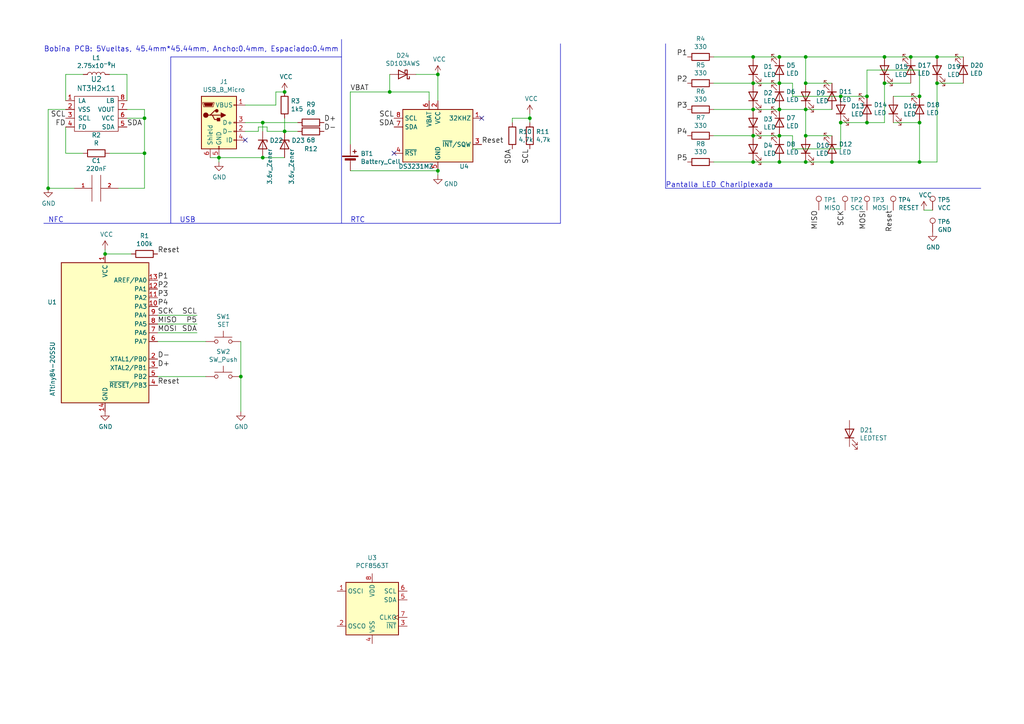
<source format=kicad_sch>
(kicad_sch (version 20230121) (generator eeschema)
  (paper "A4")
  (lib_symbols
    (symbol "Connector:TestPoint" (pin_numbers hide) (pin_names (offset 0.762) hide)
      (property "Reference" "TP" (at 0 6.858 0))
      (property "Value" "TestPoint" (at 0 5.08 0))
      (symbol "TestPoint_0_1"
        (circle (center 0 3.302) (radius 0.762))
      )
      (symbol "TestPoint_1_1"
        (pin passive line (at 0 0 90) (length 2.54) (name "1") (number "1"))
      )
    )
    (symbol "Device:Battery_Cell" (pin_numbers hide) (pin_names (offset 0) hide)
      (property "Reference" "BT" (at 2.54 2.54 0))
      (property "Value" "Battery_Cell" (at 2.54 0 0))
      (symbol "Battery_Cell_0_1"
        (rectangle (start -2.286 1.778) (end 2.286 1.524) (fill (type outline)))
        (rectangle (start -1.524 1.016) (end 1.524 0.508) (fill (type outline)))
        (polyline (pts (xy 0 0.762) (xy 0 0)))
        (polyline (pts (xy 0 1.778) (xy 0 2.54)))
        (polyline (pts (xy 0.762 3.048) (xy 1.778 3.048)) (stroke (width 0.254)))
        (polyline (pts (xy 1.27 3.556) (xy 1.27 2.54)) (stroke (width 0.254)))
      )
      (symbol "Battery_Cell_1_1"
        (pin passive line (at 0 5.08 270) (length 2.54) (name "+") (number "1"))
        (pin passive line (at 0 -2.54 90) (length 2.54) (name "-") (number "2"))
      )
    )
    (symbol "Device:D_Schottky" (pin_numbers hide) (pin_names (offset 1.016) hide)
      (property "Reference" "D" (at 0 2.54 0))
      (property "Value" "D_Schottky" (at 0 -2.54 0))
      (symbol "D_Schottky_0_1"
        (polyline (pts (xy 1.27 0) (xy -1.27 0)))
        (polyline (pts (xy 1.27 1.27) (xy 1.27 -1.27) (xy -1.27 0) (xy 1.27 1.27)) (stroke (width 0.254)))
        (polyline (pts (xy -1.905 0.635) (xy -1.905 1.27) (xy -1.27 1.27) (xy -1.27 -1.27) (xy -0.635 -1.27) (xy -0.635 -0.635)) (stroke (width 0.254)))
      )
      (symbol "D_Schottky_1_1"
        (pin passive line (at -3.81 0 0) (length 2.54) (name "K") (number "1"))
        (pin passive line (at 3.81 0 180) (length 2.54) (name "A") (number "2"))
      )
    )
    (symbol "Device:D_Zener" (pin_numbers hide) (pin_names (offset 1.016) hide)
      (property "Reference" "D" (at 0 2.54 0))
      (property "Value" "D_Zener" (at 0 -2.54 0))
      (symbol "D_Zener_0_1"
        (polyline (pts (xy 1.27 0) (xy -1.27 0)))
        (polyline (pts (xy -1.27 -1.27) (xy -1.27 1.27) (xy -0.762 1.27)) (stroke (width 0.254)))
        (polyline (pts (xy 1.27 -1.27) (xy 1.27 1.27) (xy -1.27 0) (xy 1.27 -1.27)) (stroke (width 0.254)))
      )
      (symbol "D_Zener_1_1"
        (pin passive line (at -3.81 0 0) (length 2.54) (name "K") (number "1"))
        (pin passive line (at 3.81 0 180) (length 2.54) (name "A") (number "2"))
      )
    )
    (symbol "Device:L" (pin_numbers hide) (pin_names (offset 1.016) hide)
      (property "Reference" "L" (at -1.27 0 90))
      (property "Value" "L" (at 1.905 0 90))
      (symbol "L_0_1"
        (arc (start 0 -2.54) (mid 0.6323 -1.905) (end 0 -1.27))
        (arc (start 0 -1.27) (mid 0.6323 -0.635) (end 0 0))
        (arc (start 0 0) (mid 0.6323 0.635) (end 0 1.27))
        (arc (start 0 1.27) (mid 0.6323 1.905) (end 0 2.54))
      )
      (symbol "L_1_1"
        (pin passive line (at 0 3.81 270) (length 1.27) (name "1") (number "1"))
        (pin passive line (at 0 -3.81 90) (length 1.27) (name "2") (number "2"))
      )
    )
    (symbol "Device:LED" (pin_numbers hide) (pin_names (offset 1.016) hide)
      (property "Reference" "D" (at 0 2.54 0))
      (property "Value" "LED" (at 0 -2.54 0))
      (symbol "LED_0_1"
        (polyline (pts (xy -1.27 -1.27) (xy -1.27 1.27)) (stroke (width 0.254)))
        (polyline (pts (xy -1.27 0) (xy 1.27 0)))
        (polyline (pts (xy 1.27 -1.27) (xy 1.27 1.27) (xy -1.27 0) (xy 1.27 -1.27)) (stroke (width 0.254)))
        (polyline (pts (xy -3.048 -0.762) (xy -4.572 -2.286) (xy -3.81 -2.286) (xy -4.572 -2.286) (xy -4.572 -1.524)))
        (polyline (pts (xy -1.778 -0.762) (xy -3.302 -2.286) (xy -2.54 -2.286) (xy -3.302 -2.286) (xy -3.302 -1.524)))
      )
      (symbol "LED_1_1"
        (pin passive line (at -3.81 0 0) (length 2.54) (name "K") (number "1"))
        (pin passive line (at 3.81 0 180) (length 2.54) (name "A") (number "2"))
      )
    )
    (symbol "Device:R" (pin_numbers hide) (pin_names (offset 0))
      (property "Reference" "R" (at 2.032 0 90))
      (property "Value" "R" (at 0 0 90))
      (symbol "R_0_1"
        (rectangle (start -1.016 -2.54) (end 1.016 2.54) (stroke (width 0.254)))
      )
      (symbol "R_1_1"
        (pin passive line (at 0 3.81 270) (length 1.27) (name "~") (number "1"))
        (pin passive line (at 0 -3.81 90) (length 1.27) (name "~") (number "2"))
      )
    )
    (symbol "Switch:SW_Push" (pin_numbers hide) (pin_names (offset 1.016) hide)
      (property "Reference" "SW" (at 1.27 2.54 0))
      (property "Value" "SW_Push" (at 0 -1.524 0))
      (symbol "SW_Push_0_1"
        (circle (center -2.032 0) (radius 0.508))
        (polyline (pts (xy 0 1.27) (xy 0 3.048)))
        (polyline (pts (xy 2.54 1.27) (xy -2.54 1.27)))
        (circle (center 2.032 0) (radius 0.508))
        (pin passive line (at -5.08 0 0) (length 2.54) (name "1") (number "1"))
        (pin passive line (at 5.08 0 180) (length 2.54) (name "2") (number "2"))
      )
    )
    (symbol "TPSE Glass-rescue:ATtiny84-20SSU-MCU_Microchip_ATtiny"
      (property "Reference" "U" (at -12.7 21.59 0))
      (property "Value" "MCU_Microchip_ATtiny_ATtiny84-20SSU" (at 2.54 -21.59 0))
      (symbol "ATtiny84-20SSU-MCU_Microchip_ATtiny_0_1"
        (rectangle (start -12.7 -20.32) (end 12.7 20.32) (stroke (width 0.254)) (fill (type background)))
      )
      (symbol "ATtiny84-20SSU-MCU_Microchip_ATtiny_1_1"
        (pin power_in line (at 0 22.86 270) (length 2.54) (name "VCC") (number "1"))
        (pin bidirectional line (at 15.24 7.62 180) (length 2.54) (name "PA3") (number "10"))
        (pin bidirectional line (at 15.24 10.16 180) (length 2.54) (name "PA2") (number "11"))
        (pin bidirectional line (at 15.24 12.7 180) (length 2.54) (name "PA1") (number "12"))
        (pin bidirectional line (at 15.24 15.24 180) (length 2.54) (name "AREF/PA0") (number "13"))
        (pin power_in line (at 0 -22.86 90) (length 2.54) (name "GND") (number "14"))
        (pin bidirectional line (at 15.24 -7.62 180) (length 2.54) (name "XTAL1/PB0") (number "2"))
        (pin bidirectional line (at 15.24 -10.16 180) (length 2.54) (name "XTAL2/PB1") (number "3"))
        (pin bidirectional line (at 15.24 -15.24 180) (length 2.54) (name "~{RESET}/PB3") (number "4"))
        (pin bidirectional line (at 15.24 -12.7 180) (length 2.54) (name "PB2") (number "5"))
        (pin bidirectional line (at 15.24 -2.54 180) (length 2.54) (name "PA7") (number "6"))
        (pin bidirectional line (at 15.24 0 180) (length 2.54) (name "PA6") (number "7"))
        (pin bidirectional line (at 15.24 2.54 180) (length 2.54) (name "PA5") (number "8"))
        (pin bidirectional line (at 15.24 5.08 180) (length 2.54) (name "PA4") (number "9"))
      )
    )
    (symbol "TPSE Glass-rescue:C-pspice" (pin_names (offset 0.254))
      (property "Reference" "C" (at 2.54 3.81 90))
      (property "Value" "pspice_C" (at 2.54 -3.81 90))
      (symbol "C-pspice_0_1"
        (polyline (pts (xy -3.81 -1.27) (xy 3.81 -1.27)))
        (polyline (pts (xy -3.81 1.27) (xy 3.81 1.27)))
      )
      (symbol "C-pspice_1_1"
        (pin passive line (at 0 6.35 270) (length 5.08) (name "~") (number "1"))
        (pin passive line (at 0 -6.35 90) (length 5.08) (name "~") (number "2"))
      )
    )
    (symbol "TPSE Glass-rescue:NT3H2x11-nxp" (pin_names (offset 1.016))
      (property "Reference" "U" (at 0 -6.35 0))
      (property "Value" "nxp_NT3H2x11" (at 0 6.35 0))
      (symbol "NT3H2x11-nxp_0_1"
        (rectangle (start -6.35 5.08) (end 6.35 -5.08))
      )
      (symbol "NT3H2x11-nxp_1_1"
        (pin bidirectional line (at -8.89 3.81 0) (length 2.54) (name "LA") (number "1"))
        (pin power_out line (at -8.89 1.27 0) (length 2.54) (name "VSS") (number "2"))
        (pin bidirectional line (at -8.89 -1.27 0) (length 2.54) (name "SCL") (number "3"))
        (pin tri_state line (at -8.89 -3.81 0) (length 2.54) (name "FD") (number "4"))
        (pin bidirectional line (at 8.89 -3.81 180) (length 2.54) (name "SDA") (number "5"))
        (pin power_in line (at 8.89 -1.27 180) (length 2.54) (name "VCC") (number "6"))
        (pin power_out line (at 8.89 1.27 180) (length 2.54) (name "VOUT") (number "7"))
        (pin bidirectional line (at 8.89 3.81 180) (length 2.54) (name "LB") (number "8"))
      )
    )
    (symbol "TPSE Glass-rescue:USB_B_Micro-Connector-TPSE-Glass-rescue" (pin_names (offset 1.016))
      (property "Reference" "J" (at -5.08 11.43 0))
      (property "Value" "TPSE-Glass-rescue_USB_B_Micro-Connector" (at -5.08 8.89 0))
      (symbol "USB_B_Micro-Connector-TPSE-Glass-rescue_0_1"
        (rectangle (start -5.08 -7.62) (end 5.08 7.62) (stroke (width 0.254)) (fill (type background)))
        (circle (center -3.81 2.159) (radius 0.635) (stroke (width 0.254)) (fill (type outline)))
        (circle (center -0.635 3.429) (radius 0.381) (stroke (width 0.254)) (fill (type outline)))
        (rectangle (start -0.127 -7.62) (end 0.127 -6.858))
        (polyline (pts (xy -1.905 2.159) (xy 0.635 2.159)) (stroke (width 0.254)))
        (polyline (pts (xy -3.175 2.159) (xy -2.54 2.159) (xy -1.27 3.429) (xy -0.635 3.429)) (stroke (width 0.254)))
        (polyline (pts (xy -2.54 2.159) (xy -1.905 2.159) (xy -1.27 0.889) (xy 0 0.889)) (stroke (width 0.254)))
        (polyline (pts (xy 0.635 2.794) (xy 0.635 1.524) (xy 1.905 2.159) (xy 0.635 2.794)) (stroke (width 0.254)) (fill (type outline)))
        (polyline (pts (xy -4.318 5.588) (xy -1.778 5.588) (xy -2.032 4.826) (xy -4.064 4.826) (xy -4.318 5.588)) (fill (type outline)))
        (polyline (pts (xy -4.699 5.842) (xy -4.699 5.588) (xy -4.445 4.826) (xy -4.445 4.572) (xy -1.651 4.572) (xy -1.651 4.826) (xy -1.397 5.588) (xy -1.397 5.842) (xy -4.699 5.842)))
        (rectangle (start 0.254 1.27) (end -0.508 0.508) (stroke (width 0.254)) (fill (type outline)))
        (rectangle (start 5.08 -5.207) (end 4.318 -4.953))
        (rectangle (start 5.08 -2.667) (end 4.318 -2.413))
        (rectangle (start 5.08 -0.127) (end 4.318 0.127))
        (rectangle (start 5.08 4.953) (end 4.318 5.207))
      )
      (symbol "USB_B_Micro-Connector-TPSE-Glass-rescue_1_1"
        (pin power_out line (at 7.62 5.08 180) (length 2.54) (name "VBUS") (number "1"))
        (pin passive line (at 7.62 -2.54 180) (length 2.54) (name "D-") (number "2"))
        (pin passive line (at 7.62 0 180) (length 2.54) (name "D+") (number "3"))
        (pin passive line (at 7.62 -5.08 180) (length 2.54) (name "ID") (number "4"))
        (pin power_out line (at 0 -10.16 90) (length 2.54) (name "GND") (number "5"))
        (pin passive line (at -2.54 -10.16 90) (length 2.54) (name "Shield") (number "6"))
      )
    )
    (symbol "Timer_RTC:DS3231MZ"
      (property "Reference" "U" (at -7.62 8.89 0))
      (property "Value" "DS3231MZ" (at 11.43 8.89 0))
      (symbol "DS3231MZ_0_1"
        (rectangle (start -10.16 7.62) (end 10.16 -7.62) (stroke (width 0.254)) (fill (type background)))
      )
      (symbol "DS3231MZ_1_1"
        (pin open_collector line (at 12.7 5.08 180) (length 2.54) (name "32KHZ") (number "1"))
        (pin power_in line (at 0 10.16 270) (length 2.54) (name "VCC") (number "2"))
        (pin open_collector line (at 12.7 -2.54 180) (length 2.54) (name "~{INT}/SQW") (number "3"))
        (pin bidirectional line (at -12.7 -5.08 0) (length 2.54) (name "~{RST}") (number "4"))
        (pin power_in line (at 0 -10.16 90) (length 2.54) (name "GND") (number "5"))
        (pin power_in line (at -2.54 10.16 270) (length 2.54) (name "VBAT") (number "6"))
        (pin bidirectional line (at -12.7 2.54 0) (length 2.54) (name "SDA") (number "7"))
        (pin input line (at -12.7 5.08 0) (length 2.54) (name "SCL") (number "8"))
      )
    )
    (symbol "Timer_RTC:PCF8563T"
      (property "Reference" "U" (at -7.62 8.89 0))
      (property "Value" "PCF8563T" (at 2.54 8.89 0))
      (symbol "PCF8563T_0_1"
        (rectangle (start -7.62 7.62) (end 7.62 -7.62) (stroke (width 0.254)) (fill (type background)))
      )
      (symbol "PCF8563T_1_1"
        (pin input line (at -10.16 5.08 0) (length 2.54) (name "OSCI") (number "1"))
        (pin output line (at -10.16 -5.08 0) (length 2.54) (name "OSCO") (number "2"))
        (pin output line (at 10.16 -5.08 180) (length 2.54) (name "~{INT}") (number "3"))
        (pin power_in line (at 0 -10.16 90) (length 2.54) (name "VSS") (number "4"))
        (pin bidirectional line (at 10.16 2.54 180) (length 2.54) (name "SDA") (number "5"))
        (pin input line (at 10.16 5.08 180) (length 2.54) (name "SCL") (number "6"))
        (pin output clock (at 10.16 -2.54 180) (length 2.54) (name "CLKO") (number "7"))
        (pin power_in line (at 0 10.16 270) (length 2.54) (name "VDD") (number "8"))
      )
    )
    (symbol "power:GND" (power) (pin_names (offset 0))
      (property "Value" "GND" (at 0 -3.81 0))
      (symbol "GND_0_1"
        (polyline (pts (xy 0 0) (xy 0 -1.27) (xy 1.27 -1.27) (xy 0 -2.54) (xy -1.27 -1.27) (xy 0 -1.27)))
      )
      (symbol "GND_1_1"
        (pin power_in line (at 0 0 270) (length 0) hide (name "GND") (number "1"))
      )
    )
    (symbol "power:VCC" (power) (pin_names (offset 0))
      (property "Value" "VCC" (at 0 3.81 0))
      (symbol "VCC_0_1"
        (polyline (pts (xy -0.762 1.27) (xy 0 2.54)))
        (polyline (pts (xy 0 0) (xy 0 2.54)))
        (polyline (pts (xy 0 2.54) (xy 0.762 1.27)))
      )
      (symbol "VCC_1_1"
        (pin power_in line (at 0 0 90) (length 0) hide (name "VCC") (number "1"))
      )
    )
  )
  (junction (at 153.67 34.29))
  (junction (at 226.06 39.37))
  (junction (at 63.5 45.72))
  (junction (at 127 21.59))
  (junction (at 266.7 27.94))
  (junction (at 233.68 39.37))
  (junction (at 76.2 35.56))
  (junction (at 226.06 46.99))
  (junction (at 218.44 46.99))
  (junction (at 243.84 35.56))
  (junction (at 233.68 16.51))
  (junction (at 226.06 24.13))
  (junction (at 127 49.53))
  (junction (at 76.2 45.72))
  (junction (at 233.68 31.75))
  (junction (at 226.06 16.51))
  (junction (at 69.85 109.22))
  (junction (at 82.55 26.67))
  (junction (at 218.44 31.75))
  (junction (at 41.91 34.29))
  (junction (at 233.68 24.13))
  (junction (at 218.44 16.51))
  (junction (at 218.44 39.37))
  (junction (at 271.78 24.13))
  (junction (at 13.97 54.61))
  (junction (at 266.7 35.56))
  (junction (at 41.91 44.45))
  (junction (at 251.46 35.56))
  (junction (at 251.46 27.94))
  (junction (at 266.7 46.99))
  (junction (at 271.78 16.51))
  (junction (at 30.48 73.66))
  (junction (at 256.54 16.51))
  (junction (at 218.44 24.13))
  (junction (at 113.03 26.67))
  (junction (at 82.55 38.1))
  (junction (at 233.68 46.99))
  (junction (at 264.16 16.51))
  (junction (at 241.3 46.99))
  (junction (at 256.54 24.13))
  (junction (at 226.06 31.75))
  (junction (at 243.84 27.94))
  (no_connect (at 71.12 40.64))
  (no_connect (at 139.7 34.29))
  (no_connect (at 114.3 44.45))
  (wire (pts (xy 218.44 24.13) (xy 226.06 24.13)))
  (wire (pts (xy 101.6 26.67) (xy 113.03 26.67)))
  (wire (pts (xy 30.48 72.39) (xy 30.48 73.66)))
  (wire (pts (xy 226.06 31.75) (xy 218.44 31.75)))
  (wire (pts (xy 74.93 36.83) (xy 77.47 36.83)))
  (wire (pts (xy 218.44 46.99) (xy 207.01 46.99)))
  (wire (pts (xy 226.06 39.37) (xy 229.87 39.37)))
  (polyline (pts (xy 99.06 11.43) (xy 99.06 64.77)))
  (wire (pts (xy 233.68 31.75) (xy 226.06 31.75)))
  (wire (pts (xy 77.47 36.83) (xy 77.47 38.1)))
  (wire (pts (xy 264.16 16.51) (xy 256.54 16.51)))
  (wire (pts (xy 229.87 39.37) (xy 229.87 43.18)))
  (wire (pts (xy 243.84 35.56) (xy 251.46 35.56)))
  (wire (pts (xy 266.7 35.56) (xy 266.7 46.99)))
  (wire (pts (xy 41.91 34.29) (xy 41.91 44.45)))
  (wire (pts (xy 69.85 109.22) (xy 69.85 119.38)))
  (wire (pts (xy 36.83 21.59) (xy 36.83 29.21)))
  (wire (pts (xy 71.12 35.56) (xy 76.2 35.56)))
  (wire (pts (xy 233.68 24.13) (xy 241.3 24.13)))
  (wire (pts (xy 279.4 16.51) (xy 271.78 16.51)))
  (wire (pts (xy 243.84 27.94) (xy 251.46 27.94)))
  (wire (pts (xy 226.06 39.37) (xy 218.44 39.37)))
  (wire (pts (xy 229.87 27.94) (xy 243.84 27.94)))
  (wire (pts (xy 233.68 39.37) (xy 233.68 31.75)))
  (wire (pts (xy 153.67 34.29) (xy 153.67 35.56)))
  (wire (pts (xy 76.2 45.72) (xy 82.55 45.72)))
  (wire (pts (xy 271.78 24.13) (xy 279.4 24.13)))
  (wire (pts (xy 45.72 96.52) (xy 57.15 96.52)))
  (wire (pts (xy 31.75 21.59) (xy 36.83 21.59)))
  (wire (pts (xy 271.78 16.51) (xy 264.16 16.51)))
  (polyline (pts (xy 49.53 16.51) (xy 99.06 16.51)))
  (wire (pts (xy 148.59 34.29) (xy 153.67 34.29)))
  (wire (pts (xy 226.06 16.51) (xy 233.68 16.51)))
  (wire (pts (xy 71.12 38.1) (xy 74.93 38.1)))
  (wire (pts (xy 256.54 35.56) (xy 251.46 35.56)))
  (wire (pts (xy 19.05 21.59) (xy 24.13 21.59)))
  (wire (pts (xy 226.06 24.13) (xy 229.87 24.13)))
  (wire (pts (xy 124.46 26.67) (xy 124.46 29.21)))
  (wire (pts (xy 233.68 31.75) (xy 241.3 31.75)))
  (wire (pts (xy 251.46 27.94) (xy 251.46 20.32)))
  (wire (pts (xy 229.87 43.18) (xy 243.84 43.18)))
  (wire (pts (xy 233.68 24.13) (xy 233.68 16.51)))
  (wire (pts (xy 101.6 49.53) (xy 127 49.53)))
  (wire (pts (xy 19.05 36.83) (xy 19.05 44.45)))
  (wire (pts (xy 34.29 54.61) (xy 41.91 54.61)))
  (wire (pts (xy 256.54 24.13) (xy 264.16 24.13)))
  (wire (pts (xy 243.84 35.56) (xy 243.84 43.18)))
  (wire (pts (xy 13.97 31.75) (xy 13.97 54.61)))
  (wire (pts (xy 63.5 45.72) (xy 76.2 45.72)))
  (polyline (pts (xy 162.56 64.77) (xy 162.56 12.7)))
  (wire (pts (xy 45.72 109.22) (xy 59.69 109.22)))
  (wire (pts (xy 82.55 34.29) (xy 82.55 38.1)))
  (wire (pts (xy 63.5 45.72) (xy 63.5 46.99)))
  (wire (pts (xy 71.12 30.48) (xy 80.01 30.48)))
  (wire (pts (xy 21.59 54.61) (xy 13.97 54.61)))
  (wire (pts (xy 271.78 46.99) (xy 266.7 46.99)))
  (wire (pts (xy 226.06 46.99) (xy 218.44 46.99)))
  (wire (pts (xy 259.08 27.94) (xy 266.7 27.94)))
  (wire (pts (xy 207.01 16.51) (xy 218.44 16.51)))
  (wire (pts (xy 233.68 46.99) (xy 226.06 46.99)))
  (wire (pts (xy 120.65 21.59) (xy 127 21.59)))
  (wire (pts (xy 74.93 38.1) (xy 74.93 36.83)))
  (wire (pts (xy 76.2 35.56) (xy 86.36 35.56)))
  (wire (pts (xy 69.85 99.06) (xy 69.85 109.22)))
  (wire (pts (xy 148.59 35.56) (xy 148.59 34.29)))
  (wire (pts (xy 80.01 26.67) (xy 80.01 30.48)))
  (wire (pts (xy 41.91 31.75) (xy 41.91 34.29)))
  (wire (pts (xy 218.44 39.37) (xy 207.01 39.37)))
  (wire (pts (xy 82.55 26.67) (xy 80.01 26.67)))
  (wire (pts (xy 266.7 20.32) (xy 266.7 27.94)))
  (wire (pts (xy 251.46 20.32) (xy 266.7 20.32)))
  (wire (pts (xy 241.3 46.99) (xy 233.68 46.99)))
  (wire (pts (xy 76.2 38.1) (xy 76.2 35.56)))
  (wire (pts (xy 30.48 73.66) (xy 38.1 73.66)))
  (wire (pts (xy 19.05 29.21) (xy 19.05 21.59)))
  (wire (pts (xy 153.67 33.02) (xy 153.67 34.29)))
  (polyline (pts (xy 193.04 12.7) (xy 193.04 54.61)))
  (wire (pts (xy 101.6 41.91) (xy 101.6 26.67)))
  (wire (pts (xy 45.72 99.06) (xy 59.69 99.06)))
  (wire (pts (xy 267.97 60.96) (xy 270.51 60.96)))
  (wire (pts (xy 45.72 93.98) (xy 57.15 93.98)))
  (wire (pts (xy 233.68 16.51) (xy 256.54 16.51)))
  (wire (pts (xy 60.96 45.72) (xy 63.5 45.72)))
  (wire (pts (xy 36.83 34.29) (xy 41.91 34.29)))
  (wire (pts (xy 127 50.8) (xy 127 49.53)))
  (wire (pts (xy 229.87 24.13) (xy 229.87 27.94)))
  (wire (pts (xy 19.05 44.45) (xy 24.13 44.45)))
  (wire (pts (xy 256.54 24.13) (xy 256.54 35.56)))
  (wire (pts (xy 241.3 39.37) (xy 233.68 39.37)))
  (wire (pts (xy 82.55 38.1) (xy 86.36 38.1)))
  (wire (pts (xy 113.03 26.67) (xy 124.46 26.67)))
  (wire (pts (xy 266.7 46.99) (xy 241.3 46.99)))
  (wire (pts (xy 127 21.59) (xy 127 29.21)))
  (wire (pts (xy 41.91 44.45) (xy 31.75 44.45)))
  (polyline (pts (xy 49.53 64.77) (xy 49.53 16.51)))
  (wire (pts (xy 36.83 31.75) (xy 41.91 31.75)))
  (wire (pts (xy 207.01 24.13) (xy 218.44 24.13)))
  (wire (pts (xy 13.97 31.75) (xy 19.05 31.75)))
  (polyline (pts (xy 193.04 54.61) (xy 284.48 54.61)))
  (wire (pts (xy 113.03 21.59) (xy 113.03 26.67)))
  (wire (pts (xy 266.7 35.56) (xy 259.08 35.56)))
  (wire (pts (xy 45.72 91.44) (xy 57.15 91.44)))
  (wire (pts (xy 218.44 16.51) (xy 226.06 16.51)))
  (wire (pts (xy 41.91 54.61) (xy 41.91 44.45)))
  (wire (pts (xy 271.78 24.13) (xy 271.78 46.99)))
  (wire (pts (xy 218.44 31.75) (xy 207.01 31.75)))
  (wire (pts (xy 77.47 38.1) (xy 82.55 38.1)))
  (polyline (pts (xy 12.7 64.77) (xy 162.56 64.77)))
  (text "NFC" (at 13.97 64.77 0) (effects (font (size 1.4986 1.4986)) (justify left bottom)))
  (text "Bobina PCB: 5Vueltas, 45.4mm*45.44mm, Ancho:0.4mm, Espaciado:0.4mm" (at 12.7 15.24 0) (effects (font (size 1.4986 1.4986)) (justify left bottom)))
  (text "Pantalla LED Charliplexada" (at 193.04 54.61 0) (effects (font (size 1.4986 1.4986)) (justify left bottom)))
  (text "USB" (at 52.07 64.77 0) (effects (font (size 1.4986 1.4986)) (justify left bottom)))
  (text "RTC" (at 101.6 64.77 0) (effects (font (size 1.4986 1.4986)) (justify left bottom)))
  (label "P4" (at 199.39 39.37 180) (effects (font (size 1.4986 1.4986))))
  (label "P2" (at 199.39 24.13 180) (effects (font (size 1.4986 1.4986))))
  (label "P2" (at 45.72 83.82 0) (effects (font (size 1.4986 1.4986))))
  (label "SCL" (at 57.15 91.44 180) (effects (font (size 1.4986 1.4986))))
  (label "D-" (at 45.72 104.14 0) (effects (font (size 1.4986 1.4986))))
  (label "Reset" (at 45.72 73.66 0) (effects (font (size 1.4986 1.4986))))
  (label "D+" (at 93.98 35.56 0) (effects (font (size 1.4986 1.4986))))
  (label "SCL" (at 19.05 34.29 180) (effects (font (size 1.4986 1.4986))))
  (label "P3" (at 45.72 86.36 0) (effects (font (size 1.4986 1.4986))))
  (label "FD" (at 19.05 36.83 180) (effects (font (size 1.4986 1.4986))))
  (label "Reset" (at 45.72 111.76 0) (effects (font (size 1.4986 1.4986))))
  (label "SCL" (at 153.67 43.18 270) (effects (font (size 1.4986 1.4986))))
  (label "SDA" (at 57.15 96.52 180) (effects (font (size 1.4986 1.4986))))
  (label "P1" (at 199.39 16.51 180) (effects (font (size 1.4986 1.4986))))
  (label "MOSI" (at 45.72 96.52 0) (effects (font (size 1.4986 1.4986))))
  (label "MISO" (at 237.49 60.96 270) (effects (font (size 1.4986 1.4986))))
  (label "P5" (at 199.39 46.99 180) (effects (font (size 1.4986 1.4986))))
  (label "P3" (at 199.39 31.75 180) (effects (font (size 1.4986 1.4986))))
  (label "SCK" (at 245.11 60.96 270) (effects (font (size 1.4986 1.4986))))
  (label "D+" (at 45.72 106.68 0) (effects (font (size 1.4986 1.4986))))
  (label "SDA" (at 114.3 36.83 180) (effects (font (size 1.4986 1.4986))))
  (label "MOSI" (at 251.46 60.96 270) (effects (font (size 1.4986 1.4986))))
  (label "SDA" (at 148.59 43.18 270) (effects (font (size 1.4986 1.4986))))
  (label "P4" (at 45.72 88.9 0) (effects (font (size 1.4986 1.4986))))
  (label "SDA" (at 36.83 36.83 0) (effects (font (size 1.4986 1.4986))))
  (label "Reset" (at 259.08 60.96 270) (effects (font (size 1.4986 1.4986))))
  (label "SCL" (at 114.3 34.29 180) (effects (font (size 1.4986 1.4986))))
  (label "VBAT" (at 101.6 26.67 0) (effects (font (size 1.4986 1.4986))))
  (label "SCK" (at 45.72 91.44 0) (effects (font (size 1.4986 1.4986))))
  (label "P1" (at 45.72 81.28 0) (effects (font (size 1.4986 1.4986))))
  (label "Reset" (at 139.7 41.91 0) (effects (font (size 1.4986 1.4986))))
  (label "D-" (at 93.98 38.1 0) (effects (font (size 1.4986 1.4986))))
  (label "P5" (at 57.15 93.98 180) (effects (font (size 1.4986 1.4986))))
  (label "MISO" (at 45.72 93.98 0) (effects (font (size 1.4986 1.4986))))
  (symbol (lib_id "Device:R") (at 153.67 39.37 0) (unit 1)
    (property "Reference" "R11" (at 155.448 38.2016 0) (effects (justify left)))
    (property "Value" "4,7k" (at 155.448 40.513 0) (effects (justify left)))
    (property "Footprint" "Resistor_SMD:R_1206_3216Metric" (effects hide))
    (property "Datasheet" "https://www.mouser.es/ProductDetail/Bourns/CR1206AFX-10R0EAS?qs=sGAEpiMZZMtlubZbdhIBIJFGDp18fIDTFVcR0GBHXj8%3D" (effects hide))
    (property "Precio" "0,10" (effects hide))
  )
  (symbol (lib_id "Device:R") (at 148.59 39.37 0) (unit 1)
    (property "Reference" "R10" (at 150.368 38.2016 0) (effects (justify left)))
    (property "Value" "4,7k" (at 150.368 40.513 0) (effects (justify left)))
    (property "Footprint" "Resistor_SMD:R_1206_3216Metric" (effects hide))
    (property "Datasheet" "https://www.mouser.es/ProductDetail/Bourns/CR1206AFX-10R0EAS?qs=sGAEpiMZZMtlubZbdhIBIJFGDp18fIDTFVcR0GBHXj8%3D" (effects hide))
    (property "Precio" "0,10" (effects hide))
  )
  (symbol (lib_id "Device:R") (at 203.2 16.51 270) (unit 1)
    (property "Reference" "R4" (at 203.2 11.2522 90))
    (property "Value" "330" (at 203.2 13.5636 90))
    (property "Footprint" "Resistor_SMD:R_1206_3216Metric" (effects hide))
    (property "Datasheet" "https://www.mouser.es/ProductDetail/Bourns/CR1206AFX-10R0EAS?qs=sGAEpiMZZMtlubZbdhIBIJFGDp18fIDTFVcR0GBHXj8%3D" (effects hide))
    (property "Precio" "0,10" (effects hide))
  )
  (symbol (lib_id "Device:R") (at 203.2 24.13 270) (unit 1)
    (property "Reference" "R5" (at 203.2 18.8722 90))
    (property "Value" "330" (at 203.2 21.1836 90))
    (property "Footprint" "Resistor_SMD:R_1206_3216Metric" (effects hide))
    (property "Datasheet" "https://www.mouser.es/ProductDetail/Bourns/CR1206AFX-10R0EAS?qs=sGAEpiMZZMtlubZbdhIBIJFGDp18fIDTFVcR0GBHXj8%3D" (effects hide))
    (property "Precio" "0,10" (effects hide))
  )
  (symbol (lib_id "Device:R") (at 203.2 31.75 270) (unit 1)
    (property "Reference" "R6" (at 203.2 26.4922 90))
    (property "Value" "330" (at 203.2 28.8036 90))
    (property "Footprint" "Resistor_SMD:R_1206_3216Metric" (effects hide))
    (property "Datasheet" "https://www.mouser.es/ProductDetail/Bourns/CR1206AFX-10R0EAS?qs=sGAEpiMZZMtlubZbdhIBIJFGDp18fIDTFVcR0GBHXj8%3D" (effects hide))
    (property "Precio" "0,10" (effects hide))
  )
  (symbol (lib_id "Device:R") (at 203.2 39.37 270) (unit 1)
    (property "Reference" "R7" (at 203.2 34.1122 90))
    (property "Value" "330" (at 203.2 36.4236 90))
    (property "Footprint" "Resistor_SMD:R_1206_3216Metric" (effects hide))
    (property "Datasheet" "https://www.mouser.es/ProductDetail/Bourns/CR1206AFX-10R0EAS?qs=sGAEpiMZZMtlubZbdhIBIJFGDp18fIDTFVcR0GBHXj8%3D" (effects hide))
    (property "Precio" "0,10" (effects hide))
  )
  (symbol (lib_id "Device:R") (at 203.2 46.99 270) (unit 1)
    (property "Reference" "R8" (at 203.2 41.7322 90))
    (property "Value" "330" (at 203.2 44.0436 90))
    (property "Footprint" "Resistor_SMD:R_1206_3216Metric" (effects hide))
    (property "Datasheet" "https://www.mouser.es/ProductDetail/Bourns/CR1206AFX-10R0EAS?qs=sGAEpiMZZMtlubZbdhIBIJFGDp18fIDTFVcR0GBHXj8%3D" (effects hide))
    (property "Precio" "0,10" (effects hide))
  )
  (symbol (lib_id "Device:LED") (at 218.44 20.32 90) (unit 1)
    (property "Reference" "D1" (at 221.4118 19.3294 90) (effects (justify right)))
    (property "Value" "LED" (at 221.4118 21.6408 90) (effects (justify right)))
    (property "Footprint" "LED_SMD:LED_1206_3216Metric" (effects hide))
    (property "Datasheet" "https://www.mouser.es/ProductDetail/Kingbright/APTR3216-VFX?qs=sGAEpiMZZMve4%2FbfQkoj%252BNWcOCmuH1iolr6ynu%252BUQJ8%3D" (effects hide))
    (property "Precio" "0,473" (effects hide))
  )
  (symbol (lib_id "Device:LED") (at 226.06 20.32 270) (unit 1)
    (property "Reference" "D5" (at 228.0412 18.9738 90) (effects (justify left)))
    (property "Value" "LED" (at 228.0412 21.2852 90) (effects (justify left)))
    (property "Footprint" "LED_SMD:LED_1206_3216Metric" (effects hide))
    (property "Datasheet" "https://www.mouser.es/ProductDetail/Kingbright/APTR3216-VFX?qs=sGAEpiMZZMve4%2FbfQkoj%252BNWcOCmuH1iolr6ynu%252BUQJ8%3D" (effects hide))
    (property "Precio" "0,473" (effects hide))
  )
  (symbol (lib_id "Device:LED") (at 218.44 27.94 90) (unit 1)
    (property "Reference" "D2" (at 221.4118 26.9494 90) (effects (justify right)))
    (property "Value" "LED" (at 221.4118 29.2608 90) (effects (justify right)))
    (property "Footprint" "LED_SMD:LED_1206_3216Metric" (effects hide))
    (property "Datasheet" "https://www.mouser.es/ProductDetail/Kingbright/APTR3216-VFX?qs=sGAEpiMZZMve4%2FbfQkoj%252BNWcOCmuH1iolr6ynu%252BUQJ8%3D" (effects hide))
    (property "Precio" "0,473" (effects hide))
  )
  (symbol (lib_id "Device:LED") (at 226.06 27.94 270) (unit 1)
    (property "Reference" "D6" (at 228.0412 26.5938 90) (effects (justify left)))
    (property "Value" "LED" (at 228.0412 28.9052 90) (effects (justify left)))
    (property "Footprint" "LED_SMD:LED_1206_3216Metric" (effects hide))
    (property "Datasheet" "https://www.mouser.es/ProductDetail/Kingbright/APTR3216-VFX?qs=sGAEpiMZZMve4%2FbfQkoj%252BNWcOCmuH1iolr6ynu%252BUQJ8%3D" (effects hide))
    (property "Precio" "0,473" (effects hide))
  )
  (symbol (lib_id "Device:LED") (at 233.68 27.94 90) (unit 1)
    (property "Reference" "D9" (at 236.6518 26.9494 90) (effects (justify right)))
    (property "Value" "LED" (at 236.6518 29.2608 90) (effects (justify right)))
    (property "Footprint" "LED_SMD:LED_1206_3216Metric" (effects hide))
    (property "Datasheet" "https://www.mouser.es/ProductDetail/Kingbright/APTR3216-VFX?qs=sGAEpiMZZMve4%2FbfQkoj%252BNWcOCmuH1iolr6ynu%252BUQJ8%3D" (effects hide))
    (property "Precio" "0,473" (effects hide))
  )
  (symbol (lib_id "Device:LED") (at 241.3 27.94 270) (unit 1)
    (property "Reference" "D11" (at 243.2812 26.5938 90) (effects (justify left)))
    (property "Value" "LED" (at 243.2812 28.9052 90) (effects (justify left)))
    (property "Footprint" "LED_SMD:LED_1206_3216Metric" (effects hide))
    (property "Datasheet" "https://www.mouser.es/ProductDetail/Kingbright/APTR3216-VFX?qs=sGAEpiMZZMve4%2FbfQkoj%252BNWcOCmuH1iolr6ynu%252BUQJ8%3D" (effects hide))
    (property "Precio" "0,473" (effects hide))
  )
  (symbol (lib_id "Device:LED") (at 243.84 31.75 90) (unit 1)
    (property "Reference" "D13" (at 246.8118 30.7594 90) (effects (justify right)))
    (property "Value" "LED" (at 246.8118 33.0708 90) (effects (justify right)))
    (property "Footprint" "LED_SMD:LED_1206_3216Metric" (effects hide))
    (property "Datasheet" "https://www.mouser.es/ProductDetail/Kingbright/APTR3216-VFX?qs=sGAEpiMZZMve4%2FbfQkoj%252BNWcOCmuH1iolr6ynu%252BUQJ8%3D" (effects hide))
    (property "Precio" "0,473" (effects hide))
  )
  (symbol (lib_id "Device:LED") (at 251.46 31.75 270) (unit 1)
    (property "Reference" "D14" (at 253.4412 30.4038 90) (effects (justify left)))
    (property "Value" "LED" (at 253.4412 32.7152 90) (effects (justify left)))
    (property "Footprint" "LED_SMD:LED_1206_3216Metric" (effects hide))
    (property "Datasheet" "https://www.mouser.es/ProductDetail/Kingbright/APTR3216-VFX?qs=sGAEpiMZZMve4%2FbfQkoj%252BNWcOCmuH1iolr6ynu%252BUQJ8%3D" (effects hide))
    (property "Precio" "0,473" (effects hide))
  )
  (symbol (lib_id "Device:LED") (at 218.44 35.56 90) (unit 1)
    (property "Reference" "D3" (at 221.4118 34.5694 90) (effects (justify right)))
    (property "Value" "LED" (at 221.4118 36.8808 90) (effects (justify right)))
    (property "Footprint" "LED_SMD:LED_1206_3216Metric" (effects hide))
    (property "Datasheet" "https://www.mouser.es/ProductDetail/Kingbright/APTR3216-VFX?qs=sGAEpiMZZMve4%2FbfQkoj%252BNWcOCmuH1iolr6ynu%252BUQJ8%3D" (effects hide))
    (property "Precio" "0,473" (effects hide))
  )
  (symbol (lib_id "Device:LED") (at 226.06 35.56 270) (unit 1)
    (property "Reference" "D7" (at 228.0412 34.2138 90) (effects (justify left)))
    (property "Value" "LED" (at 228.0412 36.5252 90) (effects (justify left)))
    (property "Footprint" "LED_SMD:LED_1206_3216Metric" (effects hide))
    (property "Datasheet" "https://www.mouser.es/ProductDetail/Kingbright/APTR3216-VFX?qs=sGAEpiMZZMve4%2FbfQkoj%252BNWcOCmuH1iolr6ynu%252BUQJ8%3D" (effects hide))
    (property "Precio" "0,473" (effects hide))
  )
  (symbol (lib_id "Device:LED") (at 218.44 43.18 90) (unit 1)
    (property "Reference" "D4" (at 221.4118 42.1894 90) (effects (justify right)))
    (property "Value" "LED" (at 221.4118 44.5008 90) (effects (justify right)))
    (property "Footprint" "LED_SMD:LED_1206_3216Metric" (effects hide))
    (property "Datasheet" "https://www.mouser.es/ProductDetail/Kingbright/APTR3216-VFX?qs=sGAEpiMZZMve4%2FbfQkoj%252BNWcOCmuH1iolr6ynu%252BUQJ8%3D" (effects hide))
    (property "Precio" "0,473" (effects hide))
  )
  (symbol (lib_id "Device:LED") (at 226.06 43.18 270) (unit 1)
    (property "Reference" "D8" (at 228.0412 41.8338 90) (effects (justify left)))
    (property "Value" "LED" (at 228.0412 44.1452 90) (effects (justify left)))
    (property "Footprint" "LED_SMD:LED_1206_3216Metric" (effects hide))
    (property "Datasheet" "https://www.mouser.es/ProductDetail/Kingbright/APTR3216-VFX?qs=sGAEpiMZZMve4%2FbfQkoj%252BNWcOCmuH1iolr6ynu%252BUQJ8%3D" (effects hide))
    (property "Precio" "0,473" (effects hide))
  )
  (symbol (lib_id "Device:LED") (at 233.68 43.18 90) (unit 1)
    (property "Reference" "D10" (at 236.6518 42.1894 90) (effects (justify right)))
    (property "Value" "LED" (at 236.6518 44.5008 90) (effects (justify right)))
    (property "Footprint" "LED_SMD:LED_1206_3216Metric" (effects hide))
    (property "Datasheet" "https://www.mouser.es/ProductDetail/Kingbright/APTR3216-VFX?qs=sGAEpiMZZMve4%2FbfQkoj%252BNWcOCmuH1iolr6ynu%252BUQJ8%3D" (effects hide))
    (property "Precio" "0,473" (effects hide))
  )
  (symbol (lib_id "Device:LED") (at 241.3 43.18 270) (unit 1)
    (property "Reference" "D12" (at 243.2812 41.8338 90) (effects (justify left)))
    (property "Value" "LED" (at 243.2812 44.1452 90) (effects (justify left)))
    (property "Footprint" "LED_SMD:LED_1206_3216Metric" (effects hide))
    (property "Datasheet" "https://www.mouser.es/ProductDetail/Kingbright/APTR3216-VFX?qs=sGAEpiMZZMve4%2FbfQkoj%252BNWcOCmuH1iolr6ynu%252BUQJ8%3D" (effects hide))
    (property "Precio" "0,473" (effects hide))
  )
  (symbol (lib_id "Device:LED") (at 256.54 20.32 90) (unit 1)
    (property "Reference" "D15" (at 259.5118 19.3294 90) (effects (justify right)))
    (property "Value" "LED" (at 259.5118 21.6408 90) (effects (justify right)))
    (property "Footprint" "LED_SMD:LED_1206_3216Metric" (effects hide))
    (property "Datasheet" "https://www.mouser.es/ProductDetail/Kingbright/APTR3216-VFX?qs=sGAEpiMZZMve4%2FbfQkoj%252BNWcOCmuH1iolr6ynu%252BUQJ8%3D" (effects hide))
    (property "Precio" "0,473" (effects hide))
  )
  (symbol (lib_id "Device:LED") (at 264.16 20.32 270) (unit 1)
    (property "Reference" "D17" (at 266.1412 18.9738 90) (effects (justify left)))
    (property "Value" "LED" (at 266.1412 21.2852 90) (effects (justify left)))
    (property "Footprint" "LED_SMD:LED_1206_3216Metric" (effects hide))
    (property "Datasheet" "https://www.mouser.es/ProductDetail/Kingbright/APTR3216-VFX?qs=sGAEpiMZZMve4%2FbfQkoj%252BNWcOCmuH1iolr6ynu%252BUQJ8%3D" (effects hide))
    (property "Precio" "0,473" (effects hide))
  )
  (symbol (lib_id "Device:LED") (at 271.78 20.32 90) (unit 1)
    (property "Reference" "D19" (at 274.7518 19.3294 90) (effects (justify right)))
    (property "Value" "LED" (at 274.7518 21.6408 90) (effects (justify right)))
    (property "Footprint" "LED_SMD:LED_1206_3216Metric" (effects hide))
    (property "Datasheet" "https://www.mouser.es/ProductDetail/Kingbright/APTR3216-VFX?qs=sGAEpiMZZMve4%2FbfQkoj%252BNWcOCmuH1iolr6ynu%252BUQJ8%3D" (effects hide))
    (property "Precio" "0,473" (effects hide))
  )
  (symbol (lib_id "Device:LED") (at 279.4 20.32 270) (unit 1)
    (property "Reference" "D20" (at 281.3812 18.9738 90) (effects (justify left)))
    (property "Value" "LED" (at 281.3812 21.2852 90) (effects (justify left)))
    (property "Footprint" "LED_SMD:LED_1206_3216Metric" (effects hide))
    (property "Datasheet" "https://www.mouser.es/ProductDetail/Kingbright/APTR3216-VFX?qs=sGAEpiMZZMve4%2FbfQkoj%252BNWcOCmuH1iolr6ynu%252BUQJ8%3D" (effects hide))
    (property "Precio" "0,473" (effects hide))
  )
  (symbol (lib_id "Device:LED") (at 259.08 31.75 90) (unit 1)
    (property "Reference" "D16" (at 262.0518 30.7594 90) (effects (justify right)))
    (property "Value" "LED" (at 262.0518 33.0708 90) (effects (justify right)))
    (property "Footprint" "LED_SMD:LED_1206_3216Metric" (effects hide))
    (property "Datasheet" "https://www.mouser.es/ProductDetail/Kingbright/APTR3216-VFX?qs=sGAEpiMZZMve4%2FbfQkoj%252BNWcOCmuH1iolr6ynu%252BUQJ8%3D" (effects hide))
    (property "Precio" "0,473" (effects hide))
  )
  (symbol (lib_id "Device:LED") (at 266.7 31.75 270) (unit 1)
    (property "Reference" "D18" (at 268.6812 30.4038 90) (effects (justify left)))
    (property "Value" "LED" (at 268.6812 32.7152 90) (effects (justify left)))
    (property "Footprint" "LED_SMD:LED_1206_3216Metric" (effects hide))
    (property "Datasheet" "https://www.mouser.es/ProductDetail/Kingbright/APTR3216-VFX?qs=sGAEpiMZZMve4%2FbfQkoj%252BNWcOCmuH1iolr6ynu%252BUQJ8%3D" (effects hide))
    (property "Precio" "0,473" (effects hide))
  )
  (symbol (lib_id "TPSE Glass-rescue:ATtiny84-20SSU-MCU_Microchip_ATtiny") (at 30.48 96.52 0) (unit 1)
    (property "Reference" "U1" (at 16.51 87.63 0) (effects (justify right)))
    (property "Value" "ATtiny84-20SSU" (at 15.24 99.06 90) (effects (justify right)))
    (property "Footprint" "Package_SO:SOIC-14_3.9x8.7mm_P1.27mm" (effects hide))
    (property "Datasheet" "http://ww1.microchip.com/downloads/en/DeviceDoc/doc8006.pdf" (effects hide))
  )
  (symbol (lib_id "power:GND") (at 30.48 119.38 0) (unit 1)
    (property "Reference" "#PWR0105" (effects hide))
    (property "Value" "GND" (at 30.607 123.7742 0))
  )
  (symbol (lib_id "Device:R") (at 41.91 73.66 270) (unit 1)
    (property "Reference" "R1" (at 41.91 68.4022 90))
    (property "Value" "100k" (at 41.91 70.7136 90))
    (property "Footprint" "Resistor_SMD:R_1206_3216Metric" (effects hide))
  )
  (symbol (lib_id "power:VCC") (at 30.48 72.39 0) (unit 1)
    (property "Reference" "#PWR0106" (effects hide))
    (property "Value" "VCC" (at 30.9118 67.9958 0))
  )
  (symbol (lib_id "TPSE Glass-rescue:NT3H2x11-nxp") (at 27.94 33.02 0) (unit 1)
    (property "Reference" "U2" (at 27.94 22.9616 0) (effects (font (size 1.4986 1.4986))))
    (property "Value" "NT3H2x11" (at 27.94 25.6286 0) (effects (font (size 1.4986 1.4986))))
    (property "Footprint" "Package_SO:TSSOP-8_3x3mm_P0.65mm" (effects hide))
    (property "Datasheet" "https://www.mouser.com/datasheet/2/302/NT3H2111_2211-888244.pdf" (effects hide))
  )
  (symbol (lib_id "Device:L") (at 27.94 21.59 90) (unit 1)
    (property "Reference" "L1" (at 27.94 16.764 90))
    (property "Value" "2.75x10⁻⁹H" (at 27.94 19.0754 90))
  )
  (symbol (lib_id "Timer_RTC:DS3231MZ") (at 127 39.37 0) (unit 1)
    (property "Reference" "U4" (at 134.62 48.26 0))
    (property "Value" "DS3231MZ" (at 120.65 48.26 0))
    (property "Footprint" "Package_SO:SOIC-8_3.9x4.9mm_P1.27mm" (effects hide))
    (property "Datasheet" "http://datasheets.maximintegrated.com/en/ds/DS3231M.pdf" (effects hide))
  )
  (symbol (lib_id "Timer_RTC:PCF8563T") (at 107.95 176.53 0) (unit 1)
    (property "Reference" "U3" (at 107.95 161.7726 0))
    (property "Value" "PCF8563T" (at 107.95 164.084 0))
    (property "Footprint" "Package_SO:SOIC-8_3.9x4.9mm_P1.27mm" (effects hide))
    (property "Datasheet" "https://assets.nexperia.com/documents/data-sheet/PCF8563.pdf" (effects hide))
  )
  (symbol (lib_id "power:GND") (at 13.97 54.61 0) (unit 1)
    (property "Reference" "#PWR0101" (effects hide))
    (property "Value" "GND" (at 14.097 59.0042 0))
  )
  (symbol (lib_id "Device:LED") (at 246.38 125.73 90) (unit 1)
    (property "Reference" "D21" (at 249.3518 124.7394 90) (effects (justify right)))
    (property "Value" "LEDTEST" (at 249.3518 127.0508 90) (effects (justify right)))
    (property "Footprint" "Librerias:LED_1206_3216Metric-ThroughPCB" (effects hide))
    (property "Datasheet" "https://www.mouser.es/ProductDetail/Kingbright/APTR3216-VFX?qs=sGAEpiMZZMve4%2FbfQkoj%252BNWcOCmuH1iolr6ynu%252BUQJ8%3D" (effects hide))
    (property "Precio" "0,473" (effects hide))
  )
  (symbol (lib_id "power:GND") (at 127 50.8 0) (unit 1)
    (property "Reference" "#PWR0102" (effects hide))
    (property "Value" "GND" (at 130.81 53.34 0))
  )
  (symbol (lib_id "TPSE Glass-rescue:C-pspice") (at 27.94 54.61 90) (unit 1)
    (property "Reference" "C1" (at 27.94 46.609 90))
    (property "Value" "220nF" (at 27.94 48.9204 90))
    (property "Footprint" "Capacitor_SMD:C_1210_3225Metric_Pad1.42x2.65mm_HandSolder" (effects hide))
  )
  (symbol (lib_id "Device:R") (at 27.94 44.45 270) (unit 1)
    (property "Reference" "R2" (at 27.94 39.1922 90))
    (property "Value" "R" (at 27.94 41.5036 90))
    (property "Footprint" "Resistor_SMD:R_1206_3216Metric" (effects hide))
  )
  (symbol (lib_id "Device:Battery_Cell") (at 101.6 46.99 0) (unit 1)
    (property "Reference" "BT1" (at 104.5972 44.5516 0) (effects (justify left)))
    (property "Value" "Battery_Cell" (at 104.5972 46.863 0) (effects (justify left)))
    (property "Footprint" "Librerias:TE_796136-1" (effects hide))
    (property "Datasheet" "https://www.mouser.es/ProductDetail/Linx-Technologies/BAT-HLD-012-SMT?qs=sGAEpiMZZMtT9MhkajLHrtLdadThLjMVSNg%2F9RTE5Tg%3D" (effects hide))
    (property "Precio" "0,26" (effects hide))
  )
  (symbol (lib_id "Device:D_Zener") (at 76.2 41.91 270) (unit 1)
    (property "Reference" "D22" (at 78.2066 40.7416 90) (effects (justify left)))
    (property "Value" "3.6v_Zener" (at 78.2066 43.053 0) (effects (justify left)))
    (property "Footprint" "Diode_SMD:D_SMA" (effects hide))
  )
  (symbol (lib_id "Device:D_Zener") (at 82.55 41.91 270) (unit 1)
    (property "Reference" "D23" (at 84.5566 40.7416 90) (effects (justify left)))
    (property "Value" "3.6v_Zener" (at 84.5566 43.053 0) (effects (justify left)))
    (property "Footprint" "Diode_SMD:D_SMA" (effects hide))
  )
  (symbol (lib_id "Device:R") (at 90.17 35.56 270) (unit 1)
    (property "Reference" "R9" (at 90.17 30.3022 90))
    (property "Value" "68" (at 90.17 32.6136 90))
    (property "Footprint" "Resistor_SMD:R_1206_3216Metric" (effects hide))
  )
  (symbol (lib_id "Device:R") (at 90.17 38.1 270) (unit 1)
    (property "Reference" "R12" (at 90.17 43.18 90))
    (property "Value" "68" (at 90.17 40.64 90))
    (property "Footprint" "Resistor_SMD:R_1206_3216Metric" (effects hide))
  )
  (symbol (lib_id "TPSE Glass-rescue:USB_B_Micro-Connector-TPSE-Glass-rescue") (at 63.5 35.56 0) (unit 1)
    (property "Reference" "J1" (at 64.9478 23.6982 0))
    (property "Value" "USB_B_Micro" (at 64.9478 26.0096 0))
    (property "Footprint" "Librerias:TE_1981568-1" (effects hide))
  )
  (symbol (lib_id "power:GND") (at 63.5 46.99 0) (unit 1)
    (property "Reference" "#PWR0107" (effects hide))
    (property "Value" "GND" (at 63.627 51.3842 0))
  )
  (symbol (lib_id "power:VCC") (at 82.55 26.67 0) (unit 1)
    (property "Reference" "#PWR0108" (effects hide))
    (property "Value" "VCC" (at 82.9818 22.2758 0))
  )
  (symbol (lib_id "power:VCC") (at 127 21.59 0) (unit 1)
    (property "Reference" "#PWR0109" (effects hide))
    (property "Value" "VCC" (at 127.4318 17.1958 0))
  )
  (symbol (lib_id "power:VCC") (at 153.67 33.02 0) (unit 1)
    (property "Reference" "#PWR0110" (effects hide))
    (property "Value" "VCC" (at 154.1018 28.6258 0))
  )
  (symbol (lib_id "Switch:SW_Push") (at 64.77 99.06 0) (unit 1)
    (property "Reference" "SW1" (at 64.77 91.821 0))
    (property "Value" "SET" (at 64.77 94.1324 0))
    (property "Footprint" "Librerias:SW_PTS526_SM08_SMTR2_LFS" (effects hide))
  )
  (symbol (lib_id "Switch:SW_Push") (at 64.77 109.22 0) (unit 1)
    (property "Reference" "SW2" (at 64.77 101.981 0))
    (property "Value" "SW_Push" (at 64.77 104.2924 0))
    (property "Footprint" "Librerias:SW_PTS526_SM08_SMTR2_LFS" (effects hide))
  )
  (symbol (lib_id "power:GND") (at 69.85 119.38 0) (unit 1)
    (property "Reference" "#PWR0111" (effects hide))
    (property "Value" "GND" (at 69.977 123.7742 0))
  )
  (symbol (lib_id "Device:D_Schottky") (at 116.84 21.59 180) (unit 1)
    (property "Reference" "D24" (at 116.84 16.1036 0))
    (property "Value" "SD103AWS" (at 116.84 18.415 0))
    (property "Footprint" "Diode_SMD:D_SMA" (effects hide))
  )
  (symbol (lib_id "Device:R") (at 82.55 30.48 180) (unit 1)
    (property "Reference" "R3" (at 84.328 29.3116 0) (effects (justify right)))
    (property "Value" "1k5" (at 84.328 31.623 0) (effects (justify right)))
    (property "Footprint" "Resistor_SMD:R_1206_3216Metric" (effects hide))
  )
  (symbol (lib_id "Connector:TestPoint") (at 237.49 60.96 0) (unit 1)
    (property "Reference" "TP1" (at 238.9632 57.9628 0) (effects (justify left)))
    (property "Value" "MISO" (at 238.9632 60.2742 0) (effects (justify left)))
    (property "Footprint" "TestPoint:TestPoint_Pad_D1.5mm" (effects hide))
  )
  (symbol (lib_id "Connector:TestPoint") (at 245.11 60.96 0) (unit 1)
    (property "Reference" "TP2" (at 246.5832 57.9628 0) (effects (justify left)))
    (property "Value" "SCK" (at 246.5832 60.2742 0) (effects (justify left)))
    (property "Footprint" "TestPoint:TestPoint_Pad_D1.5mm" (effects hide))
  )
  (symbol (lib_id "Connector:TestPoint") (at 251.46 60.96 0) (unit 1)
    (property "Reference" "TP3" (at 252.9332 57.9628 0) (effects (justify left)))
    (property "Value" "MOSI" (at 252.9332 60.2742 0) (effects (justify left)))
    (property "Footprint" "TestPoint:TestPoint_Pad_D1.5mm" (effects hide))
  )
  (symbol (lib_id "Connector:TestPoint") (at 259.08 60.96 0) (unit 1)
    (property "Reference" "TP4" (at 260.5532 57.9628 0) (effects (justify left)))
    (property "Value" "RESET" (at 260.5532 60.2742 0) (effects (justify left)))
    (property "Footprint" "TestPoint:TestPoint_Pad_D1.5mm" (effects hide))
  )
  (symbol (lib_id "Connector:TestPoint") (at 270.51 60.96 0) (unit 1)
    (property "Reference" "TP5" (at 271.9832 57.9628 0) (effects (justify left)))
    (property "Value" "VCC" (at 271.9832 60.2742 0) (effects (justify left)))
    (property "Footprint" "TestPoint:TestPoint_Pad_D1.5mm" (effects hide))
  )
  (symbol (lib_id "Connector:TestPoint") (at 270.51 67.31 0) (unit 1)
    (property "Reference" "TP6" (at 271.9832 64.3128 0) (effects (justify left)))
    (property "Value" "GND" (at 271.9832 66.6242 0) (effects (justify left)))
    (property "Footprint" "TestPoint:TestPoint_Pad_D1.5mm" (effects hide))
  )
  (symbol (lib_id "power:VCC") (at 267.97 60.96 0) (unit 1)
    (property "Reference" "#PWR0103" (effects hide))
    (property "Value" "VCC" (at 268.4018 56.5658 0))
  )
  (symbol (lib_id "power:GND") (at 270.51 67.31 0) (unit 1)
    (property "Reference" "#PWR0104" (effects hide))
    (property "Value" "GND" (at 270.637 71.7042 0))
  )
)
</source>
